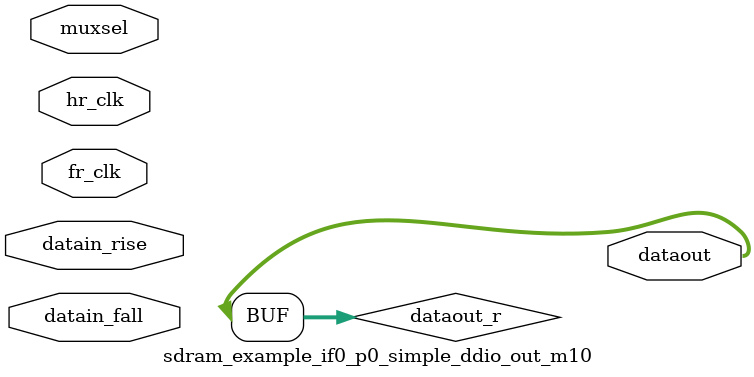
<source format=sv>




`timescale 1 ps / 1 ps

module sdram_example_if0_p0_simple_ddio_out_m10(
	hr_clk,
	fr_clk,
	datain_rise,
        datain_fall,
        muxsel,
	dataout
);

// *****************************************************************
// BEGIN PARAMETER SECTION

parameter DATA_WIDTH = ""; 

// END PARAMETER SECTION
// *****************************************************************

input	hr_clk;
input   fr_clk;
input	[DATA_WIDTH-1:0] datain_rise;
input   [DATA_WIDTH-1:0] datain_fall;
input   muxsel;
output	[DATA_WIDTH-1:0] dataout;

generate
genvar i, j;
	(* altera_attribute = {"-name ALLOW_SYNCH_CTRL_USAGE OFF"}*) reg [DATA_WIDTH-1:0] datain_r /* synthesis dont_merge syn_noprune syn_preserve = 1 */;
	(* altera_attribute = {"-name ALLOW_SYNCH_CTRL_USAGE OFF"}*) reg [DATA_WIDTH-1:0] datain_f /* synthesis dont_merge syn_noprune syn_preserve = 1 */;


        always_ff @ (posedge hr_clk )
	begin
		datain_r <= datain_rise;
	end

        always_ff @ (negedge hr_clk)
        begin
                datain_f <= datain_fall;
        end


	reg [DATA_WIDTH-1:0] dataout_r /* synthesis dont_merge syn_noprune syn_preserve = 1 */;
	for (i=0; i<DATA_WIDTH; i=i+1)
	begin: ddio_group

                always_ff @ (posedge fr_clk)
                begin
                        if (muxsel)
                        begin
			        dataout_r[i] <= datain_f;
                        end else begin
                                dataout_r[i] <= datain_r;
                        end
		end
	end
	
	assign dataout = dataout_r;
	
endgenerate
endmodule

</source>
